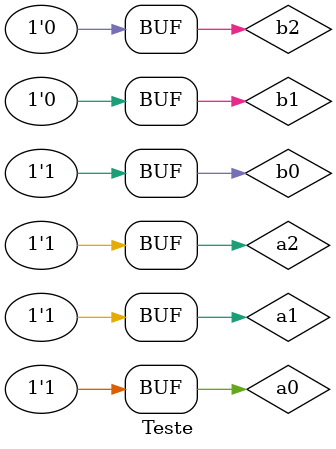
<source format=v>

module Half_adder (s1,s0,a,b);
input a,b;
output s0,s1;
xor XOR1 (s0,a,b);
and AND1 (s1,a,b);
endmodule //criacão do circuito meia soma

module Adder (s1,s0,a,b,c);
input a,b,c;
output s0,s1;
wire q0,q1,q3;
Half_adder HA1 (q1,q0,a,b);
Half_adder HA2 (q3,s0,c,q0);
or OR1 (s1,q1,q3);
endmodule

module Adder_3bit (s3,s2,s1,s0,a0,a1,a2,b0,b1,b2);
output s3,s2,s1,s0;
input a0,a1,a2,b0,b1,b2;
wire q0,q1;
Half_adder HA3(q0,s0,a0,b0);
Adder A1 (q1,s1,a1,b1,q0);
Adder A2 (s3,s2,a2,b2,q1);
endmodule

module Teste ;
reg a0,a1,a2,b0,b1,b2;
wire s0,s1,s2,s3;
Adder_3bit A31(s3,s2,s1,s0,a0,a1,a2,b0,b1,b2);
initial begin : start
a0=0; a1=0; a2=0; b0=0; b1=0; b2=0;
end

initial begin: main
$display ("Nome: Jonathan Felipe Xavier 	Matricula:415704");
$display ("Circuito somador de pares de tres bits");
$display ("\n a0 | a1 | a2 | b0 | b1 | b2 | = | s3 | s2 | s1 | s0 |");
$monitor (" %b | %b | %b | %b | %b | %b | = | %2b | %2b | %2b | %2b |",a0,a1,a2,b0,b1,b2,s3,s2,s1,s0);
#1 a0=0; a1=1; a2=0; b0=0; b1=1; b2=0;
#1 a0=1; a1=1; a2=1; b0=1; b1=0; b2=0;
end
endmodule

</source>
